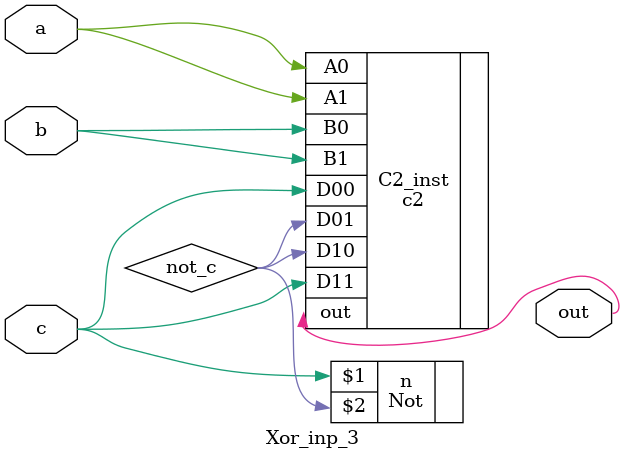
<source format=v>
module Xor_inp_3(input a, b, c, output out);
    wire not_c;
    Not n(c, not_c);
    c2 C2_inst(.D00(c), .D01(not_c), .D10(not_c), .D11(c), .A1(a), .B1(b), .A0(a), .B0(b), .out(out));
endmodule
</source>
